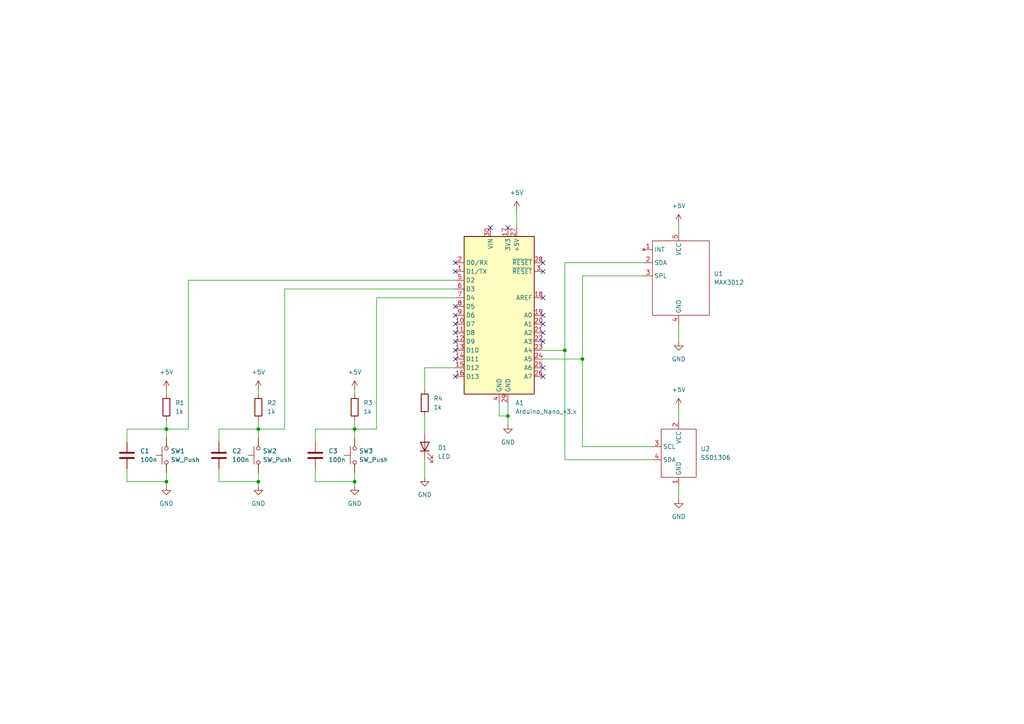
<source format=kicad_sch>
(kicad_sch
	(version 20250114)
	(generator "eeschema")
	(generator_version "9.0")
	(uuid "2631e8b2-4dee-4c1d-831c-3bd5bb7dcebb")
	(paper "A4")
	(lib_symbols
		(symbol "Device:C"
			(pin_numbers
				(hide yes)
			)
			(pin_names
				(offset 0.254)
			)
			(exclude_from_sim no)
			(in_bom yes)
			(on_board yes)
			(property "Reference" "C"
				(at 0.635 2.54 0)
				(effects
					(font
						(size 1.27 1.27)
					)
					(justify left)
				)
			)
			(property "Value" "C"
				(at 0.635 -2.54 0)
				(effects
					(font
						(size 1.27 1.27)
					)
					(justify left)
				)
			)
			(property "Footprint" ""
				(at 0.9652 -3.81 0)
				(effects
					(font
						(size 1.27 1.27)
					)
					(hide yes)
				)
			)
			(property "Datasheet" "~"
				(at 0 0 0)
				(effects
					(font
						(size 1.27 1.27)
					)
					(hide yes)
				)
			)
			(property "Description" "Unpolarized capacitor"
				(at 0 0 0)
				(effects
					(font
						(size 1.27 1.27)
					)
					(hide yes)
				)
			)
			(property "ki_keywords" "cap capacitor"
				(at 0 0 0)
				(effects
					(font
						(size 1.27 1.27)
					)
					(hide yes)
				)
			)
			(property "ki_fp_filters" "C_*"
				(at 0 0 0)
				(effects
					(font
						(size 1.27 1.27)
					)
					(hide yes)
				)
			)
			(symbol "C_0_1"
				(polyline
					(pts
						(xy -2.032 0.762) (xy 2.032 0.762)
					)
					(stroke
						(width 0.508)
						(type default)
					)
					(fill
						(type none)
					)
				)
				(polyline
					(pts
						(xy -2.032 -0.762) (xy 2.032 -0.762)
					)
					(stroke
						(width 0.508)
						(type default)
					)
					(fill
						(type none)
					)
				)
			)
			(symbol "C_1_1"
				(pin passive line
					(at 0 3.81 270)
					(length 2.794)
					(name "~"
						(effects
							(font
								(size 1.27 1.27)
							)
						)
					)
					(number "1"
						(effects
							(font
								(size 1.27 1.27)
							)
						)
					)
				)
				(pin passive line
					(at 0 -3.81 90)
					(length 2.794)
					(name "~"
						(effects
							(font
								(size 1.27 1.27)
							)
						)
					)
					(number "2"
						(effects
							(font
								(size 1.27 1.27)
							)
						)
					)
				)
			)
			(embedded_fonts no)
		)
		(symbol "Device:LED"
			(pin_numbers
				(hide yes)
			)
			(pin_names
				(offset 1.016)
				(hide yes)
			)
			(exclude_from_sim no)
			(in_bom yes)
			(on_board yes)
			(property "Reference" "D"
				(at 0 2.54 0)
				(effects
					(font
						(size 1.27 1.27)
					)
				)
			)
			(property "Value" "LED"
				(at 0 -2.54 0)
				(effects
					(font
						(size 1.27 1.27)
					)
				)
			)
			(property "Footprint" ""
				(at 0 0 0)
				(effects
					(font
						(size 1.27 1.27)
					)
					(hide yes)
				)
			)
			(property "Datasheet" "~"
				(at 0 0 0)
				(effects
					(font
						(size 1.27 1.27)
					)
					(hide yes)
				)
			)
			(property "Description" "Light emitting diode"
				(at 0 0 0)
				(effects
					(font
						(size 1.27 1.27)
					)
					(hide yes)
				)
			)
			(property "Sim.Pins" "1=K 2=A"
				(at 0 0 0)
				(effects
					(font
						(size 1.27 1.27)
					)
					(hide yes)
				)
			)
			(property "ki_keywords" "LED diode"
				(at 0 0 0)
				(effects
					(font
						(size 1.27 1.27)
					)
					(hide yes)
				)
			)
			(property "ki_fp_filters" "LED* LED_SMD:* LED_THT:*"
				(at 0 0 0)
				(effects
					(font
						(size 1.27 1.27)
					)
					(hide yes)
				)
			)
			(symbol "LED_0_1"
				(polyline
					(pts
						(xy -3.048 -0.762) (xy -4.572 -2.286) (xy -3.81 -2.286) (xy -4.572 -2.286) (xy -4.572 -1.524)
					)
					(stroke
						(width 0)
						(type default)
					)
					(fill
						(type none)
					)
				)
				(polyline
					(pts
						(xy -1.778 -0.762) (xy -3.302 -2.286) (xy -2.54 -2.286) (xy -3.302 -2.286) (xy -3.302 -1.524)
					)
					(stroke
						(width 0)
						(type default)
					)
					(fill
						(type none)
					)
				)
				(polyline
					(pts
						(xy -1.27 0) (xy 1.27 0)
					)
					(stroke
						(width 0)
						(type default)
					)
					(fill
						(type none)
					)
				)
				(polyline
					(pts
						(xy -1.27 -1.27) (xy -1.27 1.27)
					)
					(stroke
						(width 0.254)
						(type default)
					)
					(fill
						(type none)
					)
				)
				(polyline
					(pts
						(xy 1.27 -1.27) (xy 1.27 1.27) (xy -1.27 0) (xy 1.27 -1.27)
					)
					(stroke
						(width 0.254)
						(type default)
					)
					(fill
						(type none)
					)
				)
			)
			(symbol "LED_1_1"
				(pin passive line
					(at -3.81 0 0)
					(length 2.54)
					(name "K"
						(effects
							(font
								(size 1.27 1.27)
							)
						)
					)
					(number "1"
						(effects
							(font
								(size 1.27 1.27)
							)
						)
					)
				)
				(pin passive line
					(at 3.81 0 180)
					(length 2.54)
					(name "A"
						(effects
							(font
								(size 1.27 1.27)
							)
						)
					)
					(number "2"
						(effects
							(font
								(size 1.27 1.27)
							)
						)
					)
				)
			)
			(embedded_fonts no)
		)
		(symbol "Device:R"
			(pin_numbers
				(hide yes)
			)
			(pin_names
				(offset 0)
			)
			(exclude_from_sim no)
			(in_bom yes)
			(on_board yes)
			(property "Reference" "R"
				(at 2.032 0 90)
				(effects
					(font
						(size 1.27 1.27)
					)
				)
			)
			(property "Value" "R"
				(at 0 0 90)
				(effects
					(font
						(size 1.27 1.27)
					)
				)
			)
			(property "Footprint" ""
				(at -1.778 0 90)
				(effects
					(font
						(size 1.27 1.27)
					)
					(hide yes)
				)
			)
			(property "Datasheet" "~"
				(at 0 0 0)
				(effects
					(font
						(size 1.27 1.27)
					)
					(hide yes)
				)
			)
			(property "Description" "Resistor"
				(at 0 0 0)
				(effects
					(font
						(size 1.27 1.27)
					)
					(hide yes)
				)
			)
			(property "ki_keywords" "R res resistor"
				(at 0 0 0)
				(effects
					(font
						(size 1.27 1.27)
					)
					(hide yes)
				)
			)
			(property "ki_fp_filters" "R_*"
				(at 0 0 0)
				(effects
					(font
						(size 1.27 1.27)
					)
					(hide yes)
				)
			)
			(symbol "R_0_1"
				(rectangle
					(start -1.016 -2.54)
					(end 1.016 2.54)
					(stroke
						(width 0.254)
						(type default)
					)
					(fill
						(type none)
					)
				)
			)
			(symbol "R_1_1"
				(pin passive line
					(at 0 3.81 270)
					(length 1.27)
					(name "~"
						(effects
							(font
								(size 1.27 1.27)
							)
						)
					)
					(number "1"
						(effects
							(font
								(size 1.27 1.27)
							)
						)
					)
				)
				(pin passive line
					(at 0 -3.81 90)
					(length 1.27)
					(name "~"
						(effects
							(font
								(size 1.27 1.27)
							)
						)
					)
					(number "2"
						(effects
							(font
								(size 1.27 1.27)
							)
						)
					)
				)
			)
			(embedded_fonts no)
		)
		(symbol "MCU_Module:Arduino_Nano_v3.x"
			(exclude_from_sim no)
			(in_bom yes)
			(on_board yes)
			(property "Reference" "A"
				(at -10.16 23.495 0)
				(effects
					(font
						(size 1.27 1.27)
					)
					(justify left bottom)
				)
			)
			(property "Value" "Arduino_Nano_v3.x"
				(at 5.08 -24.13 0)
				(effects
					(font
						(size 1.27 1.27)
					)
					(justify left top)
				)
			)
			(property "Footprint" "Module:Arduino_Nano"
				(at 0 0 0)
				(effects
					(font
						(size 1.27 1.27)
						(italic yes)
					)
					(hide yes)
				)
			)
			(property "Datasheet" "http://www.mouser.com/pdfdocs/Gravitech_Arduino_Nano3_0.pdf"
				(at 0 0 0)
				(effects
					(font
						(size 1.27 1.27)
					)
					(hide yes)
				)
			)
			(property "Description" "Arduino Nano v3.x"
				(at 0 0 0)
				(effects
					(font
						(size 1.27 1.27)
					)
					(hide yes)
				)
			)
			(property "ki_keywords" "Arduino nano microcontroller module USB"
				(at 0 0 0)
				(effects
					(font
						(size 1.27 1.27)
					)
					(hide yes)
				)
			)
			(property "ki_fp_filters" "Arduino*Nano*"
				(at 0 0 0)
				(effects
					(font
						(size 1.27 1.27)
					)
					(hide yes)
				)
			)
			(symbol "Arduino_Nano_v3.x_0_1"
				(rectangle
					(start -10.16 22.86)
					(end 10.16 -22.86)
					(stroke
						(width 0.254)
						(type default)
					)
					(fill
						(type background)
					)
				)
			)
			(symbol "Arduino_Nano_v3.x_1_1"
				(pin bidirectional line
					(at -12.7 15.24 0)
					(length 2.54)
					(name "D0/RX"
						(effects
							(font
								(size 1.27 1.27)
							)
						)
					)
					(number "2"
						(effects
							(font
								(size 1.27 1.27)
							)
						)
					)
				)
				(pin bidirectional line
					(at -12.7 12.7 0)
					(length 2.54)
					(name "D1/TX"
						(effects
							(font
								(size 1.27 1.27)
							)
						)
					)
					(number "1"
						(effects
							(font
								(size 1.27 1.27)
							)
						)
					)
				)
				(pin bidirectional line
					(at -12.7 10.16 0)
					(length 2.54)
					(name "D2"
						(effects
							(font
								(size 1.27 1.27)
							)
						)
					)
					(number "5"
						(effects
							(font
								(size 1.27 1.27)
							)
						)
					)
				)
				(pin bidirectional line
					(at -12.7 7.62 0)
					(length 2.54)
					(name "D3"
						(effects
							(font
								(size 1.27 1.27)
							)
						)
					)
					(number "6"
						(effects
							(font
								(size 1.27 1.27)
							)
						)
					)
				)
				(pin bidirectional line
					(at -12.7 5.08 0)
					(length 2.54)
					(name "D4"
						(effects
							(font
								(size 1.27 1.27)
							)
						)
					)
					(number "7"
						(effects
							(font
								(size 1.27 1.27)
							)
						)
					)
				)
				(pin bidirectional line
					(at -12.7 2.54 0)
					(length 2.54)
					(name "D5"
						(effects
							(font
								(size 1.27 1.27)
							)
						)
					)
					(number "8"
						(effects
							(font
								(size 1.27 1.27)
							)
						)
					)
				)
				(pin bidirectional line
					(at -12.7 0 0)
					(length 2.54)
					(name "D6"
						(effects
							(font
								(size 1.27 1.27)
							)
						)
					)
					(number "9"
						(effects
							(font
								(size 1.27 1.27)
							)
						)
					)
				)
				(pin bidirectional line
					(at -12.7 -2.54 0)
					(length 2.54)
					(name "D7"
						(effects
							(font
								(size 1.27 1.27)
							)
						)
					)
					(number "10"
						(effects
							(font
								(size 1.27 1.27)
							)
						)
					)
				)
				(pin bidirectional line
					(at -12.7 -5.08 0)
					(length 2.54)
					(name "D8"
						(effects
							(font
								(size 1.27 1.27)
							)
						)
					)
					(number "11"
						(effects
							(font
								(size 1.27 1.27)
							)
						)
					)
				)
				(pin bidirectional line
					(at -12.7 -7.62 0)
					(length 2.54)
					(name "D9"
						(effects
							(font
								(size 1.27 1.27)
							)
						)
					)
					(number "12"
						(effects
							(font
								(size 1.27 1.27)
							)
						)
					)
				)
				(pin bidirectional line
					(at -12.7 -10.16 0)
					(length 2.54)
					(name "D10"
						(effects
							(font
								(size 1.27 1.27)
							)
						)
					)
					(number "13"
						(effects
							(font
								(size 1.27 1.27)
							)
						)
					)
				)
				(pin bidirectional line
					(at -12.7 -12.7 0)
					(length 2.54)
					(name "D11"
						(effects
							(font
								(size 1.27 1.27)
							)
						)
					)
					(number "14"
						(effects
							(font
								(size 1.27 1.27)
							)
						)
					)
				)
				(pin bidirectional line
					(at -12.7 -15.24 0)
					(length 2.54)
					(name "D12"
						(effects
							(font
								(size 1.27 1.27)
							)
						)
					)
					(number "15"
						(effects
							(font
								(size 1.27 1.27)
							)
						)
					)
				)
				(pin bidirectional line
					(at -12.7 -17.78 0)
					(length 2.54)
					(name "D13"
						(effects
							(font
								(size 1.27 1.27)
							)
						)
					)
					(number "16"
						(effects
							(font
								(size 1.27 1.27)
							)
						)
					)
				)
				(pin power_in line
					(at -2.54 25.4 270)
					(length 2.54)
					(name "VIN"
						(effects
							(font
								(size 1.27 1.27)
							)
						)
					)
					(number "30"
						(effects
							(font
								(size 1.27 1.27)
							)
						)
					)
				)
				(pin power_in line
					(at 0 -25.4 90)
					(length 2.54)
					(name "GND"
						(effects
							(font
								(size 1.27 1.27)
							)
						)
					)
					(number "4"
						(effects
							(font
								(size 1.27 1.27)
							)
						)
					)
				)
				(pin power_out line
					(at 2.54 25.4 270)
					(length 2.54)
					(name "3V3"
						(effects
							(font
								(size 1.27 1.27)
							)
						)
					)
					(number "17"
						(effects
							(font
								(size 1.27 1.27)
							)
						)
					)
				)
				(pin power_in line
					(at 2.54 -25.4 90)
					(length 2.54)
					(name "GND"
						(effects
							(font
								(size 1.27 1.27)
							)
						)
					)
					(number "29"
						(effects
							(font
								(size 1.27 1.27)
							)
						)
					)
				)
				(pin power_out line
					(at 5.08 25.4 270)
					(length 2.54)
					(name "+5V"
						(effects
							(font
								(size 1.27 1.27)
							)
						)
					)
					(number "27"
						(effects
							(font
								(size 1.27 1.27)
							)
						)
					)
				)
				(pin input line
					(at 12.7 15.24 180)
					(length 2.54)
					(name "~{RESET}"
						(effects
							(font
								(size 1.27 1.27)
							)
						)
					)
					(number "28"
						(effects
							(font
								(size 1.27 1.27)
							)
						)
					)
				)
				(pin input line
					(at 12.7 12.7 180)
					(length 2.54)
					(name "~{RESET}"
						(effects
							(font
								(size 1.27 1.27)
							)
						)
					)
					(number "3"
						(effects
							(font
								(size 1.27 1.27)
							)
						)
					)
				)
				(pin input line
					(at 12.7 5.08 180)
					(length 2.54)
					(name "AREF"
						(effects
							(font
								(size 1.27 1.27)
							)
						)
					)
					(number "18"
						(effects
							(font
								(size 1.27 1.27)
							)
						)
					)
				)
				(pin bidirectional line
					(at 12.7 0 180)
					(length 2.54)
					(name "A0"
						(effects
							(font
								(size 1.27 1.27)
							)
						)
					)
					(number "19"
						(effects
							(font
								(size 1.27 1.27)
							)
						)
					)
				)
				(pin bidirectional line
					(at 12.7 -2.54 180)
					(length 2.54)
					(name "A1"
						(effects
							(font
								(size 1.27 1.27)
							)
						)
					)
					(number "20"
						(effects
							(font
								(size 1.27 1.27)
							)
						)
					)
				)
				(pin bidirectional line
					(at 12.7 -5.08 180)
					(length 2.54)
					(name "A2"
						(effects
							(font
								(size 1.27 1.27)
							)
						)
					)
					(number "21"
						(effects
							(font
								(size 1.27 1.27)
							)
						)
					)
				)
				(pin bidirectional line
					(at 12.7 -7.62 180)
					(length 2.54)
					(name "A3"
						(effects
							(font
								(size 1.27 1.27)
							)
						)
					)
					(number "22"
						(effects
							(font
								(size 1.27 1.27)
							)
						)
					)
				)
				(pin bidirectional line
					(at 12.7 -10.16 180)
					(length 2.54)
					(name "A4"
						(effects
							(font
								(size 1.27 1.27)
							)
						)
					)
					(number "23"
						(effects
							(font
								(size 1.27 1.27)
							)
						)
					)
				)
				(pin bidirectional line
					(at 12.7 -12.7 180)
					(length 2.54)
					(name "A5"
						(effects
							(font
								(size 1.27 1.27)
							)
						)
					)
					(number "24"
						(effects
							(font
								(size 1.27 1.27)
							)
						)
					)
				)
				(pin bidirectional line
					(at 12.7 -15.24 180)
					(length 2.54)
					(name "A6"
						(effects
							(font
								(size 1.27 1.27)
							)
						)
					)
					(number "25"
						(effects
							(font
								(size 1.27 1.27)
							)
						)
					)
				)
				(pin bidirectional line
					(at 12.7 -17.78 180)
					(length 2.54)
					(name "A7"
						(effects
							(font
								(size 1.27 1.27)
							)
						)
					)
					(number "26"
						(effects
							(font
								(size 1.27 1.27)
							)
						)
					)
				)
			)
			(embedded_fonts no)
		)
		(symbol "Switch:SW_Push"
			(pin_numbers
				(hide yes)
			)
			(pin_names
				(offset 1.016)
				(hide yes)
			)
			(exclude_from_sim no)
			(in_bom yes)
			(on_board yes)
			(property "Reference" "SW"
				(at 1.27 2.54 0)
				(effects
					(font
						(size 1.27 1.27)
					)
					(justify left)
				)
			)
			(property "Value" "SW_Push"
				(at 0 -1.524 0)
				(effects
					(font
						(size 1.27 1.27)
					)
				)
			)
			(property "Footprint" ""
				(at 0 5.08 0)
				(effects
					(font
						(size 1.27 1.27)
					)
					(hide yes)
				)
			)
			(property "Datasheet" "~"
				(at 0 5.08 0)
				(effects
					(font
						(size 1.27 1.27)
					)
					(hide yes)
				)
			)
			(property "Description" "Push button switch, generic, two pins"
				(at 0 0 0)
				(effects
					(font
						(size 1.27 1.27)
					)
					(hide yes)
				)
			)
			(property "ki_keywords" "switch normally-open pushbutton push-button"
				(at 0 0 0)
				(effects
					(font
						(size 1.27 1.27)
					)
					(hide yes)
				)
			)
			(symbol "SW_Push_0_1"
				(circle
					(center -2.032 0)
					(radius 0.508)
					(stroke
						(width 0)
						(type default)
					)
					(fill
						(type none)
					)
				)
				(polyline
					(pts
						(xy 0 1.27) (xy 0 3.048)
					)
					(stroke
						(width 0)
						(type default)
					)
					(fill
						(type none)
					)
				)
				(circle
					(center 2.032 0)
					(radius 0.508)
					(stroke
						(width 0)
						(type default)
					)
					(fill
						(type none)
					)
				)
				(polyline
					(pts
						(xy 2.54 1.27) (xy -2.54 1.27)
					)
					(stroke
						(width 0)
						(type default)
					)
					(fill
						(type none)
					)
				)
				(pin passive line
					(at -5.08 0 0)
					(length 2.54)
					(name "1"
						(effects
							(font
								(size 1.27 1.27)
							)
						)
					)
					(number "1"
						(effects
							(font
								(size 1.27 1.27)
							)
						)
					)
				)
				(pin passive line
					(at 5.08 0 180)
					(length 2.54)
					(name "2"
						(effects
							(font
								(size 1.27 1.27)
							)
						)
					)
					(number "2"
						(effects
							(font
								(size 1.27 1.27)
							)
						)
					)
				)
			)
			(embedded_fonts no)
		)
		(symbol "power:+5V"
			(power)
			(pin_numbers
				(hide yes)
			)
			(pin_names
				(offset 0)
				(hide yes)
			)
			(exclude_from_sim no)
			(in_bom yes)
			(on_board yes)
			(property "Reference" "#PWR"
				(at 0 -3.81 0)
				(effects
					(font
						(size 1.27 1.27)
					)
					(hide yes)
				)
			)
			(property "Value" "+5V"
				(at 0 3.556 0)
				(effects
					(font
						(size 1.27 1.27)
					)
				)
			)
			(property "Footprint" ""
				(at 0 0 0)
				(effects
					(font
						(size 1.27 1.27)
					)
					(hide yes)
				)
			)
			(property "Datasheet" ""
				(at 0 0 0)
				(effects
					(font
						(size 1.27 1.27)
					)
					(hide yes)
				)
			)
			(property "Description" "Power symbol creates a global label with name \"+5V\""
				(at 0 0 0)
				(effects
					(font
						(size 1.27 1.27)
					)
					(hide yes)
				)
			)
			(property "ki_keywords" "global power"
				(at 0 0 0)
				(effects
					(font
						(size 1.27 1.27)
					)
					(hide yes)
				)
			)
			(symbol "+5V_0_1"
				(polyline
					(pts
						(xy -0.762 1.27) (xy 0 2.54)
					)
					(stroke
						(width 0)
						(type default)
					)
					(fill
						(type none)
					)
				)
				(polyline
					(pts
						(xy 0 2.54) (xy 0.762 1.27)
					)
					(stroke
						(width 0)
						(type default)
					)
					(fill
						(type none)
					)
				)
				(polyline
					(pts
						(xy 0 0) (xy 0 2.54)
					)
					(stroke
						(width 0)
						(type default)
					)
					(fill
						(type none)
					)
				)
			)
			(symbol "+5V_1_1"
				(pin power_in line
					(at 0 0 90)
					(length 0)
					(name "~"
						(effects
							(font
								(size 1.27 1.27)
							)
						)
					)
					(number "1"
						(effects
							(font
								(size 1.27 1.27)
							)
						)
					)
				)
			)
			(embedded_fonts no)
		)
		(symbol "power:GND"
			(power)
			(pin_numbers
				(hide yes)
			)
			(pin_names
				(offset 0)
				(hide yes)
			)
			(exclude_from_sim no)
			(in_bom yes)
			(on_board yes)
			(property "Reference" "#PWR"
				(at 0 -6.35 0)
				(effects
					(font
						(size 1.27 1.27)
					)
					(hide yes)
				)
			)
			(property "Value" "GND"
				(at 0 -3.81 0)
				(effects
					(font
						(size 1.27 1.27)
					)
				)
			)
			(property "Footprint" ""
				(at 0 0 0)
				(effects
					(font
						(size 1.27 1.27)
					)
					(hide yes)
				)
			)
			(property "Datasheet" ""
				(at 0 0 0)
				(effects
					(font
						(size 1.27 1.27)
					)
					(hide yes)
				)
			)
			(property "Description" "Power symbol creates a global label with name \"GND\" , ground"
				(at 0 0 0)
				(effects
					(font
						(size 1.27 1.27)
					)
					(hide yes)
				)
			)
			(property "ki_keywords" "global power"
				(at 0 0 0)
				(effects
					(font
						(size 1.27 1.27)
					)
					(hide yes)
				)
			)
			(symbol "GND_0_1"
				(polyline
					(pts
						(xy 0 0) (xy 0 -1.27) (xy 1.27 -1.27) (xy 0 -2.54) (xy -1.27 -1.27) (xy 0 -1.27)
					)
					(stroke
						(width 0)
						(type default)
					)
					(fill
						(type none)
					)
				)
			)
			(symbol "GND_1_1"
				(pin power_in line
					(at 0 0 270)
					(length 0)
					(name "~"
						(effects
							(font
								(size 1.27 1.27)
							)
						)
					)
					(number "1"
						(effects
							(font
								(size 1.27 1.27)
							)
						)
					)
				)
			)
			(embedded_fonts no)
		)
		(symbol "spo_stuff:SSD1306"
			(exclude_from_sim no)
			(in_bom yes)
			(on_board yes)
			(property "Reference" "U"
				(at 0 0 0)
				(effects
					(font
						(size 1.27 1.27)
					)
				)
			)
			(property "Value" "SSD1306"
				(at 9.652 -1.27 0)
				(effects
					(font
						(size 1.27 1.27)
					)
				)
			)
			(property "Footprint" ""
				(at 0 0 0)
				(effects
					(font
						(size 1.27 1.27)
					)
					(hide yes)
				)
			)
			(property "Datasheet" ""
				(at 0 0 0)
				(effects
					(font
						(size 1.27 1.27)
					)
					(hide yes)
				)
			)
			(property "Description" ""
				(at 0 0 0)
				(effects
					(font
						(size 1.27 1.27)
					)
					(hide yes)
				)
			)
			(symbol "SSD1306_0_1"
				(rectangle
					(start -5.08 6.35)
					(end 5.08 -7.62)
					(stroke
						(width 0)
						(type default)
					)
					(fill
						(type none)
					)
				)
			)
			(symbol "SSD1306_1_1"
				(pin input line
					(at -7.62 1.27 0)
					(length 2.54)
					(name "SCL"
						(effects
							(font
								(size 1.27 1.27)
							)
						)
					)
					(number "3"
						(effects
							(font
								(size 1.27 1.27)
							)
						)
					)
				)
				(pin bidirectional line
					(at -7.62 -2.54 0)
					(length 2.54)
					(name "SDA"
						(effects
							(font
								(size 1.27 1.27)
							)
						)
					)
					(number "4"
						(effects
							(font
								(size 1.27 1.27)
							)
						)
					)
				)
				(pin power_in line
					(at 0 8.89 270)
					(length 2.54)
					(name "VCC"
						(effects
							(font
								(size 1.27 1.27)
							)
						)
					)
					(number "2"
						(effects
							(font
								(size 1.27 1.27)
							)
						)
					)
				)
				(pin power_in line
					(at 0 -10.16 90)
					(length 2.54)
					(name "GND"
						(effects
							(font
								(size 1.27 1.27)
							)
						)
					)
					(number "1"
						(effects
							(font
								(size 1.27 1.27)
							)
						)
					)
				)
			)
			(embedded_fonts no)
		)
		(symbol "spo_stuff:ma3012"
			(exclude_from_sim no)
			(in_bom yes)
			(on_board yes)
			(property "Reference" "U"
				(at 0 0 0)
				(effects
					(font
						(size 1.27 1.27)
					)
				)
			)
			(property "Value" "MAX3012"
				(at 13.716 -9.906 0)
				(effects
					(font
						(size 1.27 1.27)
					)
				)
			)
			(property "Footprint" ""
				(at 0 0 0)
				(effects
					(font
						(size 1.27 1.27)
					)
					(hide yes)
				)
			)
			(property "Datasheet" ""
				(at 0 0 0)
				(effects
					(font
						(size 1.27 1.27)
					)
					(hide yes)
				)
			)
			(property "Description" ""
				(at 0 0 0)
				(effects
					(font
						(size 1.27 1.27)
					)
					(hide yes)
				)
			)
			(symbol "ma3012_0_1"
				(rectangle
					(start -7.62 10.16)
					(end 8.89 -11.43)
					(stroke
						(width 0)
						(type default)
					)
					(fill
						(type none)
					)
				)
			)
			(symbol "ma3012_1_1"
				(pin no_connect line
					(at -10.16 7.62 0)
					(length 2.54)
					(name "INT"
						(effects
							(font
								(size 1.27 1.27)
							)
						)
					)
					(number "1"
						(effects
							(font
								(size 1.27 1.27)
							)
						)
					)
				)
				(pin bidirectional line
					(at -10.16 3.81 0)
					(length 2.54)
					(name "SDA"
						(effects
							(font
								(size 1.27 1.27)
							)
						)
					)
					(number "2"
						(effects
							(font
								(size 1.27 1.27)
							)
						)
					)
				)
				(pin input line
					(at -10.16 0 0)
					(length 2.54)
					(name "SPL"
						(effects
							(font
								(size 1.27 1.27)
							)
						)
					)
					(number "3"
						(effects
							(font
								(size 1.27 1.27)
							)
						)
					)
				)
				(pin power_in line
					(at 0 12.7 270)
					(length 2.54)
					(name "VCC"
						(effects
							(font
								(size 1.27 1.27)
							)
						)
					)
					(number "5"
						(effects
							(font
								(size 1.27 1.27)
							)
						)
					)
				)
				(pin power_in line
					(at 0 -13.97 90)
					(length 2.54)
					(name "GND"
						(effects
							(font
								(size 1.27 1.27)
							)
						)
					)
					(number "4"
						(effects
							(font
								(size 1.27 1.27)
							)
						)
					)
				)
			)
			(embedded_fonts no)
		)
	)
	(junction
		(at 74.93 124.46)
		(diameter 0)
		(color 0 0 0 0)
		(uuid "145eb711-270c-4d1e-a31a-0c867daad941")
	)
	(junction
		(at 48.26 139.7)
		(diameter 0)
		(color 0 0 0 0)
		(uuid "16722dbb-7b90-456e-a97b-0a89694243d5")
	)
	(junction
		(at 147.32 120.65)
		(diameter 0)
		(color 0 0 0 0)
		(uuid "1b877cc8-af51-46d6-afab-20ae76127619")
	)
	(junction
		(at 102.87 124.46)
		(diameter 0)
		(color 0 0 0 0)
		(uuid "3907a2cd-7135-48c2-8716-3d909463a469")
	)
	(junction
		(at 102.87 139.7)
		(diameter 0)
		(color 0 0 0 0)
		(uuid "4d2d5f4f-4808-4be7-a889-c56079d5ad4b")
	)
	(junction
		(at 163.83 101.6)
		(diameter 0)
		(color 0 0 0 0)
		(uuid "66c6bb41-6ef7-49ed-ae2f-5a1a63db3f1f")
	)
	(junction
		(at 74.93 139.7)
		(diameter 0)
		(color 0 0 0 0)
		(uuid "8c495a96-177e-4764-b98d-1bf136cdde1c")
	)
	(junction
		(at 48.26 124.46)
		(diameter 0)
		(color 0 0 0 0)
		(uuid "9e8e0556-250c-463c-bc8a-bf6504f6642e")
	)
	(junction
		(at 168.91 104.14)
		(diameter 0)
		(color 0 0 0 0)
		(uuid "a78ca97d-6af9-43e9-b56b-db1c92169bf6")
	)
	(no_connect
		(at 147.32 66.04)
		(uuid "0885100d-e548-440f-80fd-324b32efecdc")
	)
	(no_connect
		(at 132.08 91.44)
		(uuid "0d5feb2c-06cf-409c-865e-b82db05b4f31")
	)
	(no_connect
		(at 132.08 96.52)
		(uuid "143c716c-78f1-4b4b-9ff3-11dd0a2e2f0c")
	)
	(no_connect
		(at 157.48 99.06)
		(uuid "2710dfa6-079d-4b56-b8fc-937dcd54b94a")
	)
	(no_connect
		(at 157.48 93.98)
		(uuid "306b9910-5729-409f-9271-df460695b7fd")
	)
	(no_connect
		(at 157.48 78.74)
		(uuid "3dd3cd54-098b-4531-8afd-cdd42c7e7a64")
	)
	(no_connect
		(at 157.48 106.68)
		(uuid "49650c3f-e5ef-4aaa-9dd5-17d2e326b035")
	)
	(no_connect
		(at 132.08 104.14)
		(uuid "573b5f2c-3d73-4ef3-8920-dca7ed5b8120")
	)
	(no_connect
		(at 132.08 76.2)
		(uuid "590f2cc8-bd9d-4a29-9c0b-3bbf0d43a0ec")
	)
	(no_connect
		(at 157.48 91.44)
		(uuid "6522a9b4-b4fe-4ea2-a2f7-454b63f16c76")
	)
	(no_connect
		(at 132.08 93.98)
		(uuid "765c398d-ab15-4f82-baad-3e280ad4c2ea")
	)
	(no_connect
		(at 132.08 99.06)
		(uuid "828420c1-2b77-431e-9f42-9720d6ac73e2")
	)
	(no_connect
		(at 157.48 86.36)
		(uuid "852dd10c-2bda-4ef7-8de0-3937bae0846b")
	)
	(no_connect
		(at 142.24 66.04)
		(uuid "90852014-a7c6-45d4-8263-25dfa70823a7")
	)
	(no_connect
		(at 157.48 76.2)
		(uuid "9e94aabb-2cf6-4272-bbed-94d3baaf2a5d")
	)
	(no_connect
		(at 132.08 78.74)
		(uuid "b86c7789-c9d3-40b8-a804-ad2b639fb841")
	)
	(no_connect
		(at 157.48 109.22)
		(uuid "caff7da7-3c03-45ed-9c05-b76c2b8379a8")
	)
	(no_connect
		(at 132.08 109.22)
		(uuid "d80efcf0-61a8-4372-9ac1-21236219db01")
	)
	(no_connect
		(at 157.48 96.52)
		(uuid "f4c83f13-65d0-46f4-9635-05f2f91cd222")
	)
	(no_connect
		(at 132.08 88.9)
		(uuid "f9fd3f20-3a8f-4372-ab2d-b819ae4f06af")
	)
	(no_connect
		(at 132.08 101.6)
		(uuid "ff11a815-cea0-49c1-8ae7-ca844dff0e6d")
	)
	(wire
		(pts
			(xy 109.22 86.36) (xy 132.08 86.36)
		)
		(stroke
			(width 0)
			(type default)
		)
		(uuid "0443e33b-b726-4709-b4be-14ee38d9edc4")
	)
	(wire
		(pts
			(xy 54.61 124.46) (xy 54.61 81.28)
		)
		(stroke
			(width 0)
			(type default)
		)
		(uuid "0e621881-2d8e-4764-96ff-b0bf5cdde2e9")
	)
	(wire
		(pts
			(xy 147.32 116.84) (xy 147.32 120.65)
		)
		(stroke
			(width 0)
			(type default)
		)
		(uuid "0eb1193f-c9b5-4252-96b0-7b2a0acc9469")
	)
	(wire
		(pts
			(xy 63.5 139.7) (xy 74.93 139.7)
		)
		(stroke
			(width 0)
			(type default)
		)
		(uuid "129ac4fc-2cc5-4b06-a3c5-715a08d47c51")
	)
	(wire
		(pts
			(xy 54.61 81.28) (xy 132.08 81.28)
		)
		(stroke
			(width 0)
			(type default)
		)
		(uuid "12e7b206-cdba-4fac-8de5-e8d5f05ea8e5")
	)
	(wire
		(pts
			(xy 102.87 124.46) (xy 109.22 124.46)
		)
		(stroke
			(width 0)
			(type default)
		)
		(uuid "138e9c80-6f0f-4e90-beb9-2aa1f4f15eb7")
	)
	(wire
		(pts
			(xy 74.93 137.16) (xy 74.93 139.7)
		)
		(stroke
			(width 0)
			(type default)
		)
		(uuid "14080aee-0a35-4433-b2c1-278075fcc18b")
	)
	(wire
		(pts
			(xy 168.91 104.14) (xy 168.91 80.01)
		)
		(stroke
			(width 0)
			(type default)
		)
		(uuid "196fb5ff-885e-45d5-a439-ec10cf0ffa41")
	)
	(wire
		(pts
			(xy 144.78 120.65) (xy 147.32 120.65)
		)
		(stroke
			(width 0)
			(type default)
		)
		(uuid "1d662699-0fe7-4aba-b1db-4481892fe759")
	)
	(wire
		(pts
			(xy 102.87 113.03) (xy 102.87 114.3)
		)
		(stroke
			(width 0)
			(type default)
		)
		(uuid "1e05dd03-46fb-4169-9058-c8d326f7377d")
	)
	(wire
		(pts
			(xy 157.48 104.14) (xy 168.91 104.14)
		)
		(stroke
			(width 0)
			(type default)
		)
		(uuid "20ea1f50-f1b4-485e-be82-16ae44a358c8")
	)
	(wire
		(pts
			(xy 147.32 120.65) (xy 147.32 123.19)
		)
		(stroke
			(width 0)
			(type default)
		)
		(uuid "25415bd7-c8de-4470-b35f-076bfdd006b3")
	)
	(wire
		(pts
			(xy 82.55 83.82) (xy 82.55 124.46)
		)
		(stroke
			(width 0)
			(type default)
		)
		(uuid "286748a0-a029-48a8-9b4b-382958e46f69")
	)
	(wire
		(pts
			(xy 36.83 124.46) (xy 48.26 124.46)
		)
		(stroke
			(width 0)
			(type default)
		)
		(uuid "29e339be-5dea-4bde-8a6d-4c1d8ddd4aff")
	)
	(wire
		(pts
			(xy 63.5 128.27) (xy 63.5 124.46)
		)
		(stroke
			(width 0)
			(type default)
		)
		(uuid "2ccc24b6-2c43-48d8-b488-1f5b4d7a44c0")
	)
	(wire
		(pts
			(xy 123.19 120.65) (xy 123.19 125.73)
		)
		(stroke
			(width 0)
			(type default)
		)
		(uuid "33e771e3-9460-414e-85f7-7d2d460e5eb6")
	)
	(wire
		(pts
			(xy 91.44 128.27) (xy 91.44 124.46)
		)
		(stroke
			(width 0)
			(type default)
		)
		(uuid "35f04b45-08a0-47f7-998d-0122b6ce544a")
	)
	(wire
		(pts
			(xy 102.87 137.16) (xy 102.87 139.7)
		)
		(stroke
			(width 0)
			(type default)
		)
		(uuid "3980ae7c-4bcf-40bf-9ee6-f57a480f213e")
	)
	(wire
		(pts
			(xy 48.26 137.16) (xy 48.26 139.7)
		)
		(stroke
			(width 0)
			(type default)
		)
		(uuid "3b0b6a1d-4345-4dd8-86e1-0dd4cd27d47d")
	)
	(wire
		(pts
			(xy 74.93 121.92) (xy 74.93 124.46)
		)
		(stroke
			(width 0)
			(type default)
		)
		(uuid "4e483038-06c9-4fec-b3a0-2ab4706fec45")
	)
	(wire
		(pts
			(xy 82.55 124.46) (xy 74.93 124.46)
		)
		(stroke
			(width 0)
			(type default)
		)
		(uuid "4ecddd23-3fb1-4f8c-8e75-0e8a33091513")
	)
	(wire
		(pts
			(xy 132.08 83.82) (xy 82.55 83.82)
		)
		(stroke
			(width 0)
			(type default)
		)
		(uuid "4fabddcf-fb89-45ea-85af-41843f244618")
	)
	(wire
		(pts
			(xy 196.85 140.97) (xy 196.85 144.78)
		)
		(stroke
			(width 0)
			(type default)
		)
		(uuid "521fe1f0-caf3-46d9-b948-cebf54f2c05f")
	)
	(wire
		(pts
			(xy 123.19 133.35) (xy 123.19 138.43)
		)
		(stroke
			(width 0)
			(type default)
		)
		(uuid "5a22c9da-e365-4f96-b394-7094b77d4500")
	)
	(wire
		(pts
			(xy 91.44 135.89) (xy 91.44 139.7)
		)
		(stroke
			(width 0)
			(type default)
		)
		(uuid "5c284aed-1467-4155-9c49-7a6b8a0b6c67")
	)
	(wire
		(pts
			(xy 91.44 124.46) (xy 102.87 124.46)
		)
		(stroke
			(width 0)
			(type default)
		)
		(uuid "67c9434b-4d8c-4fc0-9180-cb4c1237ad9e")
	)
	(wire
		(pts
			(xy 196.85 118.11) (xy 196.85 121.92)
		)
		(stroke
			(width 0)
			(type default)
		)
		(uuid "6f37b589-4fe5-4e9f-a956-7933d29509c5")
	)
	(wire
		(pts
			(xy 102.87 124.46) (xy 102.87 127)
		)
		(stroke
			(width 0)
			(type default)
		)
		(uuid "7313fd56-8c69-4161-a1e8-c9cce3263e35")
	)
	(wire
		(pts
			(xy 36.83 139.7) (xy 48.26 139.7)
		)
		(stroke
			(width 0)
			(type default)
		)
		(uuid "745b9b33-49eb-4ffb-8c1a-c1a9f4e6449f")
	)
	(wire
		(pts
			(xy 196.85 64.77) (xy 196.85 67.31)
		)
		(stroke
			(width 0)
			(type default)
		)
		(uuid "760bdede-d17e-4473-b394-9d82b73b4969")
	)
	(wire
		(pts
			(xy 163.83 101.6) (xy 163.83 76.2)
		)
		(stroke
			(width 0)
			(type default)
		)
		(uuid "7ae9ea88-37a5-45a3-9a7d-0420f33b39cb")
	)
	(wire
		(pts
			(xy 91.44 139.7) (xy 102.87 139.7)
		)
		(stroke
			(width 0)
			(type default)
		)
		(uuid "7fb6c923-61c8-42dd-b9a5-d14a9850d4ee")
	)
	(wire
		(pts
			(xy 74.93 124.46) (xy 74.93 127)
		)
		(stroke
			(width 0)
			(type default)
		)
		(uuid "85775973-8c07-4d72-8c53-d28b847a2fd6")
	)
	(wire
		(pts
			(xy 36.83 135.89) (xy 36.83 139.7)
		)
		(stroke
			(width 0)
			(type default)
		)
		(uuid "88eda6dd-a94f-40e8-b0a9-08b6293558ea")
	)
	(wire
		(pts
			(xy 63.5 135.89) (xy 63.5 139.7)
		)
		(stroke
			(width 0)
			(type default)
		)
		(uuid "890db027-2b9f-4b93-be8f-a4b8db8a7e5b")
	)
	(wire
		(pts
			(xy 109.22 124.46) (xy 109.22 86.36)
		)
		(stroke
			(width 0)
			(type default)
		)
		(uuid "8984ddb4-e3ba-4a5a-93d5-8dbf901b393b")
	)
	(wire
		(pts
			(xy 48.26 121.92) (xy 48.26 124.46)
		)
		(stroke
			(width 0)
			(type default)
		)
		(uuid "8bd56cae-c320-454b-9d92-489c7f226e1a")
	)
	(wire
		(pts
			(xy 163.83 101.6) (xy 163.83 133.35)
		)
		(stroke
			(width 0)
			(type default)
		)
		(uuid "a4e898d0-e475-4143-9787-30faa2be19e8")
	)
	(wire
		(pts
			(xy 144.78 116.84) (xy 144.78 120.65)
		)
		(stroke
			(width 0)
			(type default)
		)
		(uuid "aa93ec3e-322c-4559-a272-7e1a59be1fbe")
	)
	(wire
		(pts
			(xy 123.19 113.03) (xy 123.19 106.68)
		)
		(stroke
			(width 0)
			(type default)
		)
		(uuid "ab3d4452-cdf4-4e29-b9d0-93824cfbbdbd")
	)
	(wire
		(pts
			(xy 157.48 101.6) (xy 163.83 101.6)
		)
		(stroke
			(width 0)
			(type default)
		)
		(uuid "af16a176-ee75-4035-9794-906f9facb992")
	)
	(wire
		(pts
			(xy 163.83 76.2) (xy 186.69 76.2)
		)
		(stroke
			(width 0)
			(type default)
		)
		(uuid "af2282ef-a912-4dca-88a7-088c7fcf74bd")
	)
	(wire
		(pts
			(xy 149.86 60.96) (xy 149.86 66.04)
		)
		(stroke
			(width 0)
			(type default)
		)
		(uuid "b9072fe4-5181-4223-b5dc-a1c8515ed314")
	)
	(wire
		(pts
			(xy 168.91 129.54) (xy 189.23 129.54)
		)
		(stroke
			(width 0)
			(type default)
		)
		(uuid "bcf84711-076c-492f-b009-4773ed2f69d6")
	)
	(wire
		(pts
			(xy 168.91 104.14) (xy 168.91 129.54)
		)
		(stroke
			(width 0)
			(type default)
		)
		(uuid "bcfc36d1-677c-4c6b-9e00-493450975d7e")
	)
	(wire
		(pts
			(xy 123.19 106.68) (xy 132.08 106.68)
		)
		(stroke
			(width 0)
			(type default)
		)
		(uuid "c16d66ef-7022-4c21-97d0-7f8896f946a1")
	)
	(wire
		(pts
			(xy 196.85 93.98) (xy 196.85 99.06)
		)
		(stroke
			(width 0)
			(type default)
		)
		(uuid "c90ae9bc-e7ec-49c2-a20c-c9cfadbfcc71")
	)
	(wire
		(pts
			(xy 102.87 121.92) (xy 102.87 124.46)
		)
		(stroke
			(width 0)
			(type default)
		)
		(uuid "ca2bd14e-ff51-4577-9443-46d0e6b8409a")
	)
	(wire
		(pts
			(xy 102.87 139.7) (xy 102.87 140.97)
		)
		(stroke
			(width 0)
			(type default)
		)
		(uuid "cbe05a93-8038-40ab-a7f0-e99590eeb1f5")
	)
	(wire
		(pts
			(xy 48.26 139.7) (xy 48.26 140.97)
		)
		(stroke
			(width 0)
			(type default)
		)
		(uuid "cf8cf9c3-ad6c-47ea-bc43-bb13e34dd32f")
	)
	(wire
		(pts
			(xy 48.26 113.03) (xy 48.26 114.3)
		)
		(stroke
			(width 0)
			(type default)
		)
		(uuid "d226ae0c-eb10-4570-853d-5f58d91e609f")
	)
	(wire
		(pts
			(xy 163.83 133.35) (xy 189.23 133.35)
		)
		(stroke
			(width 0)
			(type default)
		)
		(uuid "d3a7f7d7-2f7f-4d29-9c30-442334a7ee65")
	)
	(wire
		(pts
			(xy 63.5 124.46) (xy 74.93 124.46)
		)
		(stroke
			(width 0)
			(type default)
		)
		(uuid "d4afd14a-c2d5-451f-b40d-e53ca6ebc3e4")
	)
	(wire
		(pts
			(xy 74.93 139.7) (xy 74.93 140.97)
		)
		(stroke
			(width 0)
			(type default)
		)
		(uuid "e4d75788-24fb-4923-841f-f0e762147d77")
	)
	(wire
		(pts
			(xy 168.91 80.01) (xy 186.69 80.01)
		)
		(stroke
			(width 0)
			(type default)
		)
		(uuid "e566ff83-d16f-4903-8463-216c59c16b56")
	)
	(wire
		(pts
			(xy 36.83 128.27) (xy 36.83 124.46)
		)
		(stroke
			(width 0)
			(type default)
		)
		(uuid "e9b8953f-73f0-4cda-aa2d-e5e0f8e05fee")
	)
	(wire
		(pts
			(xy 48.26 124.46) (xy 54.61 124.46)
		)
		(stroke
			(width 0)
			(type default)
		)
		(uuid "ebb5f382-ec53-48b2-b92d-3fafcc6a3901")
	)
	(wire
		(pts
			(xy 48.26 124.46) (xy 48.26 127)
		)
		(stroke
			(width 0)
			(type default)
		)
		(uuid "f1c34ef6-effd-44e6-b933-a1c6847c0cea")
	)
	(wire
		(pts
			(xy 74.93 113.03) (xy 74.93 114.3)
		)
		(stroke
			(width 0)
			(type default)
		)
		(uuid "fe9c0604-203d-44a9-b6e8-bf57cd22e41b")
	)
	(symbol
		(lib_id "Device:R")
		(at 74.93 118.11 0)
		(unit 1)
		(exclude_from_sim no)
		(in_bom yes)
		(on_board yes)
		(dnp no)
		(fields_autoplaced yes)
		(uuid "08ef1cf2-39a4-4e22-b5df-b9f05f05d56f")
		(property "Reference" "R2"
			(at 77.47 116.8399 0)
			(effects
				(font
					(size 1.27 1.27)
				)
				(justify left)
			)
		)
		(property "Value" "1k"
			(at 77.47 119.3799 0)
			(effects
				(font
					(size 1.27 1.27)
				)
				(justify left)
			)
		)
		(property "Footprint" "Resistor_THT:R_Axial_DIN0207_L6.3mm_D2.5mm_P7.62mm_Horizontal"
			(at 73.152 118.11 90)
			(effects
				(font
					(size 1.27 1.27)
				)
				(hide yes)
			)
		)
		(property "Datasheet" "~"
			(at 74.93 118.11 0)
			(effects
				(font
					(size 1.27 1.27)
				)
				(hide yes)
			)
		)
		(property "Description" "Resistor"
			(at 74.93 118.11 0)
			(effects
				(font
					(size 1.27 1.27)
				)
				(hide yes)
			)
		)
		(pin "1"
			(uuid "1260b8bf-e707-470d-b2a9-473ddb0ce878")
		)
		(pin "2"
			(uuid "c2f174cd-d3cb-493a-8fef-305b6de94d6d")
		)
		(instances
			(project "power supply"
				(path "/2631e8b2-4dee-4c1d-831c-3bd5bb7dcebb"
					(reference "R2")
					(unit 1)
				)
			)
		)
	)
	(symbol
		(lib_id "power:+5V")
		(at 149.86 60.96 0)
		(unit 1)
		(exclude_from_sim no)
		(in_bom yes)
		(on_board yes)
		(dnp no)
		(fields_autoplaced yes)
		(uuid "0aec5565-44c6-4826-b251-69904a0bd2d0")
		(property "Reference" "#PWR01"
			(at 149.86 64.77 0)
			(effects
				(font
					(size 1.27 1.27)
				)
				(hide yes)
			)
		)
		(property "Value" "+5V"
			(at 149.86 55.88 0)
			(effects
				(font
					(size 1.27 1.27)
				)
			)
		)
		(property "Footprint" ""
			(at 149.86 60.96 0)
			(effects
				(font
					(size 1.27 1.27)
				)
				(hide yes)
			)
		)
		(property "Datasheet" ""
			(at 149.86 60.96 0)
			(effects
				(font
					(size 1.27 1.27)
				)
				(hide yes)
			)
		)
		(property "Description" "Power symbol creates a global label with name \"+5V\""
			(at 149.86 60.96 0)
			(effects
				(font
					(size 1.27 1.27)
				)
				(hide yes)
			)
		)
		(pin "1"
			(uuid "6f9c86b1-d34f-4800-9a3a-9d5677ac8842")
		)
		(instances
			(project ""
				(path "/2631e8b2-4dee-4c1d-831c-3bd5bb7dcebb"
					(reference "#PWR01")
					(unit 1)
				)
			)
		)
	)
	(symbol
		(lib_id "power:+5V")
		(at 48.26 113.03 0)
		(unit 1)
		(exclude_from_sim no)
		(in_bom yes)
		(on_board yes)
		(dnp no)
		(fields_autoplaced yes)
		(uuid "0fb8bff5-92e5-4932-8e09-39abd5d33fdb")
		(property "Reference" "#PWR04"
			(at 48.26 116.84 0)
			(effects
				(font
					(size 1.27 1.27)
				)
				(hide yes)
			)
		)
		(property "Value" "+5V"
			(at 48.26 107.95 0)
			(effects
				(font
					(size 1.27 1.27)
				)
			)
		)
		(property "Footprint" ""
			(at 48.26 113.03 0)
			(effects
				(font
					(size 1.27 1.27)
				)
				(hide yes)
			)
		)
		(property "Datasheet" ""
			(at 48.26 113.03 0)
			(effects
				(font
					(size 1.27 1.27)
				)
				(hide yes)
			)
		)
		(property "Description" "Power symbol creates a global label with name \"+5V\""
			(at 48.26 113.03 0)
			(effects
				(font
					(size 1.27 1.27)
				)
				(hide yes)
			)
		)
		(pin "1"
			(uuid "df8adeaf-553f-4ee4-aaa2-836d4261a0c5")
		)
		(instances
			(project ""
				(path "/2631e8b2-4dee-4c1d-831c-3bd5bb7dcebb"
					(reference "#PWR04")
					(unit 1)
				)
			)
		)
	)
	(symbol
		(lib_id "power:+5V")
		(at 102.87 113.03 0)
		(unit 1)
		(exclude_from_sim no)
		(in_bom yes)
		(on_board yes)
		(dnp no)
		(fields_autoplaced yes)
		(uuid "1cf57e32-5bf0-464f-b7b3-5600b3b3db60")
		(property "Reference" "#PWR07"
			(at 102.87 116.84 0)
			(effects
				(font
					(size 1.27 1.27)
				)
				(hide yes)
			)
		)
		(property "Value" "+5V"
			(at 102.87 107.95 0)
			(effects
				(font
					(size 1.27 1.27)
				)
			)
		)
		(property "Footprint" ""
			(at 102.87 113.03 0)
			(effects
				(font
					(size 1.27 1.27)
				)
				(hide yes)
			)
		)
		(property "Datasheet" ""
			(at 102.87 113.03 0)
			(effects
				(font
					(size 1.27 1.27)
				)
				(hide yes)
			)
		)
		(property "Description" "Power symbol creates a global label with name \"+5V\""
			(at 102.87 113.03 0)
			(effects
				(font
					(size 1.27 1.27)
				)
				(hide yes)
			)
		)
		(pin "1"
			(uuid "e686ecd7-3fb1-4039-bdbe-73a6fdb1f98a")
		)
		(instances
			(project "power supply"
				(path "/2631e8b2-4dee-4c1d-831c-3bd5bb7dcebb"
					(reference "#PWR07")
					(unit 1)
				)
			)
		)
	)
	(symbol
		(lib_id "power:+5V")
		(at 74.93 113.03 0)
		(unit 1)
		(exclude_from_sim no)
		(in_bom yes)
		(on_board yes)
		(dnp no)
		(fields_autoplaced yes)
		(uuid "22c88c96-a5b5-418f-8b69-13292ec97659")
		(property "Reference" "#PWR05"
			(at 74.93 116.84 0)
			(effects
				(font
					(size 1.27 1.27)
				)
				(hide yes)
			)
		)
		(property "Value" "+5V"
			(at 74.93 107.95 0)
			(effects
				(font
					(size 1.27 1.27)
				)
			)
		)
		(property "Footprint" ""
			(at 74.93 113.03 0)
			(effects
				(font
					(size 1.27 1.27)
				)
				(hide yes)
			)
		)
		(property "Datasheet" ""
			(at 74.93 113.03 0)
			(effects
				(font
					(size 1.27 1.27)
				)
				(hide yes)
			)
		)
		(property "Description" "Power symbol creates a global label with name \"+5V\""
			(at 74.93 113.03 0)
			(effects
				(font
					(size 1.27 1.27)
				)
				(hide yes)
			)
		)
		(pin "1"
			(uuid "5e1ffae1-8726-4a58-9eeb-b57761847ce5")
		)
		(instances
			(project "power supply"
				(path "/2631e8b2-4dee-4c1d-831c-3bd5bb7dcebb"
					(reference "#PWR05")
					(unit 1)
				)
			)
		)
	)
	(symbol
		(lib_id "power:GND")
		(at 147.32 123.19 0)
		(unit 1)
		(exclude_from_sim no)
		(in_bom yes)
		(on_board yes)
		(dnp no)
		(fields_autoplaced yes)
		(uuid "2c2d7222-49f1-41e7-8c40-d22153646a9f")
		(property "Reference" "#PWR02"
			(at 147.32 129.54 0)
			(effects
				(font
					(size 1.27 1.27)
				)
				(hide yes)
			)
		)
		(property "Value" "GND"
			(at 147.32 128.27 0)
			(effects
				(font
					(size 1.27 1.27)
				)
			)
		)
		(property "Footprint" ""
			(at 147.32 123.19 0)
			(effects
				(font
					(size 1.27 1.27)
				)
				(hide yes)
			)
		)
		(property "Datasheet" ""
			(at 147.32 123.19 0)
			(effects
				(font
					(size 1.27 1.27)
				)
				(hide yes)
			)
		)
		(property "Description" "Power symbol creates a global label with name \"GND\" , ground"
			(at 147.32 123.19 0)
			(effects
				(font
					(size 1.27 1.27)
				)
				(hide yes)
			)
		)
		(pin "1"
			(uuid "42fb6dda-6133-40cc-b4c4-4def634d2c94")
		)
		(instances
			(project ""
				(path "/2631e8b2-4dee-4c1d-831c-3bd5bb7dcebb"
					(reference "#PWR02")
					(unit 1)
				)
			)
		)
	)
	(symbol
		(lib_id "MCU_Module:Arduino_Nano_v3.x")
		(at 144.78 91.44 0)
		(unit 1)
		(exclude_from_sim no)
		(in_bom yes)
		(on_board yes)
		(dnp no)
		(fields_autoplaced yes)
		(uuid "4c3ed4f2-c35a-4b1b-8f2e-7991b6766a4d")
		(property "Reference" "A1"
			(at 149.4633 116.84 0)
			(effects
				(font
					(size 1.27 1.27)
				)
				(justify left)
			)
		)
		(property "Value" "Arduino_Nano_v3.x"
			(at 149.4633 119.38 0)
			(effects
				(font
					(size 1.27 1.27)
				)
				(justify left)
			)
		)
		(property "Footprint" "Module:Arduino_Nano"
			(at 144.78 91.44 0)
			(effects
				(font
					(size 1.27 1.27)
					(italic yes)
				)
				(hide yes)
			)
		)
		(property "Datasheet" "http://www.mouser.com/pdfdocs/Gravitech_Arduino_Nano3_0.pdf"
			(at 144.78 91.44 0)
			(effects
				(font
					(size 1.27 1.27)
				)
				(hide yes)
			)
		)
		(property "Description" "Arduino Nano v3.x"
			(at 144.78 91.44 0)
			(effects
				(font
					(size 1.27 1.27)
				)
				(hide yes)
			)
		)
		(pin "17"
			(uuid "bae5d663-fd75-4a3b-afd7-e3f40d3205a4")
		)
		(pin "27"
			(uuid "f21c9e67-189d-40a4-ade4-8963beb28cb4")
		)
		(pin "21"
			(uuid "6b5cf459-6b34-4c60-92b8-b331c07d68f1")
		)
		(pin "25"
			(uuid "0b6dc344-cc0f-4153-85bf-3b793a543430")
		)
		(pin "11"
			(uuid "e689fbd9-466c-4a83-b17d-73200b1898b3")
		)
		(pin "5"
			(uuid "21520366-61af-4917-9eb2-8c344d859427")
		)
		(pin "12"
			(uuid "261717c8-6646-4014-af20-d91eeb158527")
		)
		(pin "2"
			(uuid "79e98d45-b6db-4777-b2b6-ba133869358a")
		)
		(pin "16"
			(uuid "7278d369-51a3-4a38-8578-47d54924cefa")
		)
		(pin "30"
			(uuid "99b6667c-6e72-45a7-afb3-621c7ea66d9c")
		)
		(pin "28"
			(uuid "5f4621e1-3f18-49d5-b9ae-53d926c687de")
		)
		(pin "18"
			(uuid "0ee65edb-c3ee-4f2d-9519-612b4fdf8417")
		)
		(pin "19"
			(uuid "e408ed5c-632e-440f-a817-3a62d32939e8")
		)
		(pin "22"
			(uuid "e5ef9061-d6b0-4ff3-a46f-116bc25e65c3")
		)
		(pin "8"
			(uuid "fe3408c7-d6da-4e38-b196-9c925f10813e")
		)
		(pin "26"
			(uuid "b79c0498-2a3c-4f94-aa11-42ca4b9c07f0")
		)
		(pin "3"
			(uuid "dbdb255d-ae6e-444d-871a-d6db0dd8ed61")
		)
		(pin "10"
			(uuid "2713819e-2225-4c23-b463-7675248bab24")
		)
		(pin "15"
			(uuid "af24a7da-adc2-4960-a4d6-46c12599d7be")
		)
		(pin "7"
			(uuid "a9e776ed-1f85-4211-8274-6558eb176783")
		)
		(pin "4"
			(uuid "1f8de479-7974-4c76-9065-e7a23ccbf450")
		)
		(pin "1"
			(uuid "c8bf697f-0cc2-49d1-8ff6-84ebc0619788")
		)
		(pin "13"
			(uuid "08aee770-fb5a-4b77-a4b2-5d9b6e24187d")
		)
		(pin "14"
			(uuid "727f80ef-e9d3-49c6-9790-f369bb9f10bc")
		)
		(pin "9"
			(uuid "cd8bda63-34b1-488d-8914-4d51eb6a177d")
		)
		(pin "6"
			(uuid "aa62d994-a47d-4165-aa07-3204760e5557")
		)
		(pin "29"
			(uuid "c1552332-67db-4038-bc7e-eb1ac51ba234")
		)
		(pin "20"
			(uuid "e7fe1733-eccf-4ef1-bf21-2fc0f52f84c3")
		)
		(pin "23"
			(uuid "5dc21d35-ce6c-4bf0-a134-c7eab949a84b")
		)
		(pin "24"
			(uuid "a652a862-6e8c-4452-9b7d-fc071ddbff35")
		)
		(instances
			(project ""
				(path "/2631e8b2-4dee-4c1d-831c-3bd5bb7dcebb"
					(reference "A1")
					(unit 1)
				)
			)
		)
	)
	(symbol
		(lib_id "Device:LED")
		(at 123.19 129.54 90)
		(unit 1)
		(exclude_from_sim no)
		(in_bom yes)
		(on_board yes)
		(dnp no)
		(fields_autoplaced yes)
		(uuid "4f52bece-c34b-4618-b34d-088ff7a0bc01")
		(property "Reference" "D1"
			(at 127 129.8574 90)
			(effects
				(font
					(size 1.27 1.27)
				)
				(justify right)
			)
		)
		(property "Value" "LED"
			(at 127 132.3974 90)
			(effects
				(font
					(size 1.27 1.27)
				)
				(justify right)
			)
		)
		(property "Footprint" "LED_THT:LED_D5.0mm"
			(at 123.19 129.54 0)
			(effects
				(font
					(size 1.27 1.27)
				)
				(hide yes)
			)
		)
		(property "Datasheet" "~"
			(at 123.19 129.54 0)
			(effects
				(font
					(size 1.27 1.27)
				)
				(hide yes)
			)
		)
		(property "Description" "Light emitting diode"
			(at 123.19 129.54 0)
			(effects
				(font
					(size 1.27 1.27)
				)
				(hide yes)
			)
		)
		(property "Sim.Pins" "1=K 2=A"
			(at 123.19 129.54 0)
			(effects
				(font
					(size 1.27 1.27)
				)
				(hide yes)
			)
		)
		(pin "1"
			(uuid "79ee95df-eb19-42b8-a45e-b7ca4661c2ce")
		)
		(pin "2"
			(uuid "11657545-1af2-4c1c-b136-f36341d698c9")
		)
		(instances
			(project ""
				(path "/2631e8b2-4dee-4c1d-831c-3bd5bb7dcebb"
					(reference "D1")
					(unit 1)
				)
			)
		)
	)
	(symbol
		(lib_id "power:GND")
		(at 196.85 99.06 0)
		(unit 1)
		(exclude_from_sim no)
		(in_bom yes)
		(on_board yes)
		(dnp no)
		(fields_autoplaced yes)
		(uuid "6691ed69-eb7e-4a31-b182-d08bab925d7a")
		(property "Reference" "#PWR011"
			(at 196.85 105.41 0)
			(effects
				(font
					(size 1.27 1.27)
				)
				(hide yes)
			)
		)
		(property "Value" "GND"
			(at 196.85 104.14 0)
			(effects
				(font
					(size 1.27 1.27)
				)
			)
		)
		(property "Footprint" ""
			(at 196.85 99.06 0)
			(effects
				(font
					(size 1.27 1.27)
				)
				(hide yes)
			)
		)
		(property "Datasheet" ""
			(at 196.85 99.06 0)
			(effects
				(font
					(size 1.27 1.27)
				)
				(hide yes)
			)
		)
		(property "Description" "Power symbol creates a global label with name \"GND\" , ground"
			(at 196.85 99.06 0)
			(effects
				(font
					(size 1.27 1.27)
				)
				(hide yes)
			)
		)
		(pin "1"
			(uuid "cf529cb9-6c5b-4428-975d-1f1602d65b26")
		)
		(instances
			(project "power supply"
				(path "/2631e8b2-4dee-4c1d-831c-3bd5bb7dcebb"
					(reference "#PWR011")
					(unit 1)
				)
			)
		)
	)
	(symbol
		(lib_id "Switch:SW_Push")
		(at 48.26 132.08 90)
		(unit 1)
		(exclude_from_sim no)
		(in_bom yes)
		(on_board yes)
		(dnp no)
		(fields_autoplaced yes)
		(uuid "67cb2c6f-eb29-4757-817f-e56187799df1")
		(property "Reference" "SW1"
			(at 49.53 130.8099 90)
			(effects
				(font
					(size 1.27 1.27)
				)
				(justify right)
			)
		)
		(property "Value" "SW_Push"
			(at 49.53 133.3499 90)
			(effects
				(font
					(size 1.27 1.27)
				)
				(justify right)
			)
		)
		(property "Footprint" "Button_Switch_THT:SW_PUSH_6mm"
			(at 43.18 132.08 0)
			(effects
				(font
					(size 1.27 1.27)
				)
				(hide yes)
			)
		)
		(property "Datasheet" "~"
			(at 43.18 132.08 0)
			(effects
				(font
					(size 1.27 1.27)
				)
				(hide yes)
			)
		)
		(property "Description" "Push button switch, generic, two pins"
			(at 48.26 132.08 0)
			(effects
				(font
					(size 1.27 1.27)
				)
				(hide yes)
			)
		)
		(pin "1"
			(uuid "ed777a8b-6aa4-473b-b492-1a536bda4104")
		)
		(pin "2"
			(uuid "24eca5c7-19e6-492f-987b-b51f9e4f7efe")
		)
		(instances
			(project ""
				(path "/2631e8b2-4dee-4c1d-831c-3bd5bb7dcebb"
					(reference "SW1")
					(unit 1)
				)
			)
		)
	)
	(symbol
		(lib_id "power:GND")
		(at 48.26 140.97 0)
		(unit 1)
		(exclude_from_sim no)
		(in_bom yes)
		(on_board yes)
		(dnp no)
		(fields_autoplaced yes)
		(uuid "6a04e719-9949-4b8b-b56b-e0b77b81672c")
		(property "Reference" "#PWR03"
			(at 48.26 147.32 0)
			(effects
				(font
					(size 1.27 1.27)
				)
				(hide yes)
			)
		)
		(property "Value" "GND"
			(at 48.26 146.05 0)
			(effects
				(font
					(size 1.27 1.27)
				)
			)
		)
		(property "Footprint" ""
			(at 48.26 140.97 0)
			(effects
				(font
					(size 1.27 1.27)
				)
				(hide yes)
			)
		)
		(property "Datasheet" ""
			(at 48.26 140.97 0)
			(effects
				(font
					(size 1.27 1.27)
				)
				(hide yes)
			)
		)
		(property "Description" "Power symbol creates a global label with name \"GND\" , ground"
			(at 48.26 140.97 0)
			(effects
				(font
					(size 1.27 1.27)
				)
				(hide yes)
			)
		)
		(pin "1"
			(uuid "127c6159-3031-4610-b7dc-da36070949f9")
		)
		(instances
			(project ""
				(path "/2631e8b2-4dee-4c1d-831c-3bd5bb7dcebb"
					(reference "#PWR03")
					(unit 1)
				)
			)
		)
	)
	(symbol
		(lib_id "Device:C")
		(at 91.44 132.08 0)
		(unit 1)
		(exclude_from_sim no)
		(in_bom yes)
		(on_board yes)
		(dnp no)
		(fields_autoplaced yes)
		(uuid "710e3220-b2c9-4d57-bdc0-5bb2680a51ab")
		(property "Reference" "C3"
			(at 95.25 130.8099 0)
			(effects
				(font
					(size 1.27 1.27)
				)
				(justify left)
			)
		)
		(property "Value" "100n"
			(at 95.25 133.3499 0)
			(effects
				(font
					(size 1.27 1.27)
				)
				(justify left)
			)
		)
		(property "Footprint" "Capacitor_THT:C_Disc_D4.7mm_W2.5mm_P5.00mm"
			(at 92.4052 135.89 0)
			(effects
				(font
					(size 1.27 1.27)
				)
				(hide yes)
			)
		)
		(property "Datasheet" "~"
			(at 91.44 132.08 0)
			(effects
				(font
					(size 1.27 1.27)
				)
				(hide yes)
			)
		)
		(property "Description" "Unpolarized capacitor"
			(at 91.44 132.08 0)
			(effects
				(font
					(size 1.27 1.27)
				)
				(hide yes)
			)
		)
		(pin "2"
			(uuid "da477d6b-f9f1-42b1-a703-07cffdbe34f6")
		)
		(pin "1"
			(uuid "0b3e9a55-061a-488e-bb1d-6109325b0636")
		)
		(instances
			(project "power supply"
				(path "/2631e8b2-4dee-4c1d-831c-3bd5bb7dcebb"
					(reference "C3")
					(unit 1)
				)
			)
		)
	)
	(symbol
		(lib_id "spo_stuff:SSD1306")
		(at 196.85 130.81 0)
		(unit 1)
		(exclude_from_sim no)
		(in_bom yes)
		(on_board yes)
		(dnp no)
		(fields_autoplaced yes)
		(uuid "7b86cbb9-167f-4abf-b082-f3238b2e72cc")
		(property "Reference" "U2"
			(at 203.2 130.1749 0)
			(effects
				(font
					(size 1.27 1.27)
				)
				(justify left)
			)
		)
		(property "Value" "SSD1306"
			(at 203.2 132.7149 0)
			(effects
				(font
					(size 1.27 1.27)
				)
				(justify left)
			)
		)
		(property "Footprint" "spo2_stuff:SSD1306"
			(at 196.85 130.81 0)
			(effects
				(font
					(size 1.27 1.27)
				)
				(hide yes)
			)
		)
		(property "Datasheet" ""
			(at 196.85 130.81 0)
			(effects
				(font
					(size 1.27 1.27)
				)
				(hide yes)
			)
		)
		(property "Description" ""
			(at 196.85 130.81 0)
			(effects
				(font
					(size 1.27 1.27)
				)
				(hide yes)
			)
		)
		(pin "2"
			(uuid "3d5dcaef-10d9-4c0f-a92b-eb4c796adb00")
		)
		(pin "3"
			(uuid "395d93b2-3d4d-4c60-8f8f-23dc80bba3e0")
		)
		(pin "1"
			(uuid "e69ba49e-d8f1-4756-8c07-a8ce707fb206")
		)
		(pin "4"
			(uuid "a0df944c-1db6-474c-8a36-cf687ecc75a7")
		)
		(instances
			(project ""
				(path "/2631e8b2-4dee-4c1d-831c-3bd5bb7dcebb"
					(reference "U2")
					(unit 1)
				)
			)
		)
	)
	(symbol
		(lib_id "power:+5V")
		(at 196.85 64.77 0)
		(unit 1)
		(exclude_from_sim no)
		(in_bom yes)
		(on_board yes)
		(dnp no)
		(fields_autoplaced yes)
		(uuid "7ba22fb1-c986-46b3-8247-d55e30fd5a17")
		(property "Reference" "#PWR012"
			(at 196.85 68.58 0)
			(effects
				(font
					(size 1.27 1.27)
				)
				(hide yes)
			)
		)
		(property "Value" "+5V"
			(at 196.85 59.69 0)
			(effects
				(font
					(size 1.27 1.27)
				)
			)
		)
		(property "Footprint" ""
			(at 196.85 64.77 0)
			(effects
				(font
					(size 1.27 1.27)
				)
				(hide yes)
			)
		)
		(property "Datasheet" ""
			(at 196.85 64.77 0)
			(effects
				(font
					(size 1.27 1.27)
				)
				(hide yes)
			)
		)
		(property "Description" "Power symbol creates a global label with name \"+5V\""
			(at 196.85 64.77 0)
			(effects
				(font
					(size 1.27 1.27)
				)
				(hide yes)
			)
		)
		(pin "1"
			(uuid "80067845-17f2-42f3-b19e-79f41ba65419")
		)
		(instances
			(project "power supply"
				(path "/2631e8b2-4dee-4c1d-831c-3bd5bb7dcebb"
					(reference "#PWR012")
					(unit 1)
				)
			)
		)
	)
	(symbol
		(lib_id "power:GND")
		(at 123.19 138.43 0)
		(unit 1)
		(exclude_from_sim no)
		(in_bom yes)
		(on_board yes)
		(dnp no)
		(fields_autoplaced yes)
		(uuid "86025ae2-8cd3-4507-ad9f-f2ba744a34ae")
		(property "Reference" "#PWR09"
			(at 123.19 144.78 0)
			(effects
				(font
					(size 1.27 1.27)
				)
				(hide yes)
			)
		)
		(property "Value" "GND"
			(at 123.19 143.51 0)
			(effects
				(font
					(size 1.27 1.27)
				)
			)
		)
		(property "Footprint" ""
			(at 123.19 138.43 0)
			(effects
				(font
					(size 1.27 1.27)
				)
				(hide yes)
			)
		)
		(property "Datasheet" ""
			(at 123.19 138.43 0)
			(effects
				(font
					(size 1.27 1.27)
				)
				(hide yes)
			)
		)
		(property "Description" "Power symbol creates a global label with name \"GND\" , ground"
			(at 123.19 138.43 0)
			(effects
				(font
					(size 1.27 1.27)
				)
				(hide yes)
			)
		)
		(pin "1"
			(uuid "7b0dc87a-e111-4f4f-a9bb-c4d78e38e515")
		)
		(instances
			(project ""
				(path "/2631e8b2-4dee-4c1d-831c-3bd5bb7dcebb"
					(reference "#PWR09")
					(unit 1)
				)
			)
		)
	)
	(symbol
		(lib_id "Switch:SW_Push")
		(at 102.87 132.08 90)
		(unit 1)
		(exclude_from_sim no)
		(in_bom yes)
		(on_board yes)
		(dnp no)
		(fields_autoplaced yes)
		(uuid "882bf23b-effb-4f98-91ad-52812f217234")
		(property "Reference" "SW3"
			(at 104.14 130.8099 90)
			(effects
				(font
					(size 1.27 1.27)
				)
				(justify right)
			)
		)
		(property "Value" "SW_Push"
			(at 104.14 133.3499 90)
			(effects
				(font
					(size 1.27 1.27)
				)
				(justify right)
			)
		)
		(property "Footprint" "Button_Switch_THT:SW_PUSH_6mm"
			(at 97.79 132.08 0)
			(effects
				(font
					(size 1.27 1.27)
				)
				(hide yes)
			)
		)
		(property "Datasheet" "~"
			(at 97.79 132.08 0)
			(effects
				(font
					(size 1.27 1.27)
				)
				(hide yes)
			)
		)
		(property "Description" "Push button switch, generic, two pins"
			(at 102.87 132.08 0)
			(effects
				(font
					(size 1.27 1.27)
				)
				(hide yes)
			)
		)
		(pin "1"
			(uuid "6cd3ca39-85ea-4b71-961b-4e4d46143277")
		)
		(pin "2"
			(uuid "789217d0-e79a-434b-b3f7-b08e9310be71")
		)
		(instances
			(project "power supply"
				(path "/2631e8b2-4dee-4c1d-831c-3bd5bb7dcebb"
					(reference "SW3")
					(unit 1)
				)
			)
		)
	)
	(symbol
		(lib_id "Device:R")
		(at 102.87 118.11 0)
		(unit 1)
		(exclude_from_sim no)
		(in_bom yes)
		(on_board yes)
		(dnp no)
		(fields_autoplaced yes)
		(uuid "900c1585-02de-4bfe-be5f-e4b8f077d95b")
		(property "Reference" "R3"
			(at 105.41 116.8399 0)
			(effects
				(font
					(size 1.27 1.27)
				)
				(justify left)
			)
		)
		(property "Value" "1k"
			(at 105.41 119.3799 0)
			(effects
				(font
					(size 1.27 1.27)
				)
				(justify left)
			)
		)
		(property "Footprint" "Resistor_THT:R_Axial_DIN0207_L6.3mm_D2.5mm_P7.62mm_Horizontal"
			(at 101.092 118.11 90)
			(effects
				(font
					(size 1.27 1.27)
				)
				(hide yes)
			)
		)
		(property "Datasheet" "~"
			(at 102.87 118.11 0)
			(effects
				(font
					(size 1.27 1.27)
				)
				(hide yes)
			)
		)
		(property "Description" "Resistor"
			(at 102.87 118.11 0)
			(effects
				(font
					(size 1.27 1.27)
				)
				(hide yes)
			)
		)
		(pin "1"
			(uuid "9623e5e5-d179-4112-9b84-00b45cd7e0c5")
		)
		(pin "2"
			(uuid "41128409-f795-4b71-9f82-6cf46417f1a9")
		)
		(instances
			(project "power supply"
				(path "/2631e8b2-4dee-4c1d-831c-3bd5bb7dcebb"
					(reference "R3")
					(unit 1)
				)
			)
		)
	)
	(symbol
		(lib_id "power:GND")
		(at 74.93 140.97 0)
		(unit 1)
		(exclude_from_sim no)
		(in_bom yes)
		(on_board yes)
		(dnp no)
		(fields_autoplaced yes)
		(uuid "95894048-0e97-41a8-b476-a7b0b4d4cade")
		(property "Reference" "#PWR06"
			(at 74.93 147.32 0)
			(effects
				(font
					(size 1.27 1.27)
				)
				(hide yes)
			)
		)
		(property "Value" "GND"
			(at 74.93 146.05 0)
			(effects
				(font
					(size 1.27 1.27)
				)
			)
		)
		(property "Footprint" ""
			(at 74.93 140.97 0)
			(effects
				(font
					(size 1.27 1.27)
				)
				(hide yes)
			)
		)
		(property "Datasheet" ""
			(at 74.93 140.97 0)
			(effects
				(font
					(size 1.27 1.27)
				)
				(hide yes)
			)
		)
		(property "Description" "Power symbol creates a global label with name \"GND\" , ground"
			(at 74.93 140.97 0)
			(effects
				(font
					(size 1.27 1.27)
				)
				(hide yes)
			)
		)
		(pin "1"
			(uuid "29a9f1cc-3d4b-4866-9d53-7a68cb7fbd5a")
		)
		(instances
			(project "power supply"
				(path "/2631e8b2-4dee-4c1d-831c-3bd5bb7dcebb"
					(reference "#PWR06")
					(unit 1)
				)
			)
		)
	)
	(symbol
		(lib_id "Device:R")
		(at 123.19 116.84 0)
		(unit 1)
		(exclude_from_sim no)
		(in_bom yes)
		(on_board yes)
		(dnp no)
		(fields_autoplaced yes)
		(uuid "9e62df7d-229e-47c0-a22e-c61effe13ef7")
		(property "Reference" "R4"
			(at 125.73 115.5699 0)
			(effects
				(font
					(size 1.27 1.27)
				)
				(justify left)
			)
		)
		(property "Value" "1k"
			(at 125.73 118.1099 0)
			(effects
				(font
					(size 1.27 1.27)
				)
				(justify left)
			)
		)
		(property "Footprint" "Resistor_THT:R_Axial_DIN0207_L6.3mm_D2.5mm_P7.62mm_Horizontal"
			(at 121.412 116.84 90)
			(effects
				(font
					(size 1.27 1.27)
				)
				(hide yes)
			)
		)
		(property "Datasheet" "~"
			(at 123.19 116.84 0)
			(effects
				(font
					(size 1.27 1.27)
				)
				(hide yes)
			)
		)
		(property "Description" "Resistor"
			(at 123.19 116.84 0)
			(effects
				(font
					(size 1.27 1.27)
				)
				(hide yes)
			)
		)
		(pin "1"
			(uuid "1d8e3719-e8c3-43a5-89f1-1b192d58b898")
		)
		(pin "2"
			(uuid "f6300ff6-03f7-40b2-a868-c1f26ae449df")
		)
		(instances
			(project "power supply"
				(path "/2631e8b2-4dee-4c1d-831c-3bd5bb7dcebb"
					(reference "R4")
					(unit 1)
				)
			)
		)
	)
	(symbol
		(lib_id "power:GND")
		(at 102.87 140.97 0)
		(unit 1)
		(exclude_from_sim no)
		(in_bom yes)
		(on_board yes)
		(dnp no)
		(fields_autoplaced yes)
		(uuid "9fce5763-b5e5-4fe0-8445-c19d6e018aea")
		(property "Reference" "#PWR08"
			(at 102.87 147.32 0)
			(effects
				(font
					(size 1.27 1.27)
				)
				(hide yes)
			)
		)
		(property "Value" "GND"
			(at 102.87 146.05 0)
			(effects
				(font
					(size 1.27 1.27)
				)
			)
		)
		(property "Footprint" ""
			(at 102.87 140.97 0)
			(effects
				(font
					(size 1.27 1.27)
				)
				(hide yes)
			)
		)
		(property "Datasheet" ""
			(at 102.87 140.97 0)
			(effects
				(font
					(size 1.27 1.27)
				)
				(hide yes)
			)
		)
		(property "Description" "Power symbol creates a global label with name \"GND\" , ground"
			(at 102.87 140.97 0)
			(effects
				(font
					(size 1.27 1.27)
				)
				(hide yes)
			)
		)
		(pin "1"
			(uuid "251c1fa1-153c-45d3-a4cd-ba36a44ec19c")
		)
		(instances
			(project "power supply"
				(path "/2631e8b2-4dee-4c1d-831c-3bd5bb7dcebb"
					(reference "#PWR08")
					(unit 1)
				)
			)
		)
	)
	(symbol
		(lib_id "spo_stuff:ma3012")
		(at 196.85 80.01 0)
		(unit 1)
		(exclude_from_sim no)
		(in_bom yes)
		(on_board yes)
		(dnp no)
		(fields_autoplaced yes)
		(uuid "a562a5a6-2b97-4539-abad-8454deed3049")
		(property "Reference" "U1"
			(at 207.01 79.3749 0)
			(effects
				(font
					(size 1.27 1.27)
				)
				(justify left)
			)
		)
		(property "Value" "MAX3012"
			(at 207.01 81.9149 0)
			(effects
				(font
					(size 1.27 1.27)
				)
				(justify left)
			)
		)
		(property "Footprint" "spo2_stuff:MAX3012-MOD"
			(at 196.85 80.01 0)
			(effects
				(font
					(size 1.27 1.27)
				)
				(hide yes)
			)
		)
		(property "Datasheet" ""
			(at 196.85 80.01 0)
			(effects
				(font
					(size 1.27 1.27)
				)
				(hide yes)
			)
		)
		(property "Description" ""
			(at 196.85 80.01 0)
			(effects
				(font
					(size 1.27 1.27)
				)
				(hide yes)
			)
		)
		(pin "2"
			(uuid "5e27805c-967e-432e-93c8-4555778e0b4b")
		)
		(pin "4"
			(uuid "e166b586-a48e-4809-a0a1-813929c07072")
		)
		(pin "1"
			(uuid "6dcda8fa-3e7c-4349-8f25-dd3afb868938")
		)
		(pin "3"
			(uuid "6af858d6-dbb9-43b3-83e6-44eb9685ce4b")
		)
		(pin "5"
			(uuid "3b6de59e-c9b6-4170-880e-8f600d79e7e8")
		)
		(instances
			(project ""
				(path "/2631e8b2-4dee-4c1d-831c-3bd5bb7dcebb"
					(reference "U1")
					(unit 1)
				)
			)
		)
	)
	(symbol
		(lib_id "Switch:SW_Push")
		(at 74.93 132.08 90)
		(unit 1)
		(exclude_from_sim no)
		(in_bom yes)
		(on_board yes)
		(dnp no)
		(fields_autoplaced yes)
		(uuid "a9415562-013f-4a4b-93e7-35f27cef7eb5")
		(property "Reference" "SW2"
			(at 76.2 130.8099 90)
			(effects
				(font
					(size 1.27 1.27)
				)
				(justify right)
			)
		)
		(property "Value" "SW_Push"
			(at 76.2 133.3499 90)
			(effects
				(font
					(size 1.27 1.27)
				)
				(justify right)
			)
		)
		(property "Footprint" "Button_Switch_THT:SW_PUSH_6mm"
			(at 69.85 132.08 0)
			(effects
				(font
					(size 1.27 1.27)
				)
				(hide yes)
			)
		)
		(property "Datasheet" "~"
			(at 69.85 132.08 0)
			(effects
				(font
					(size 1.27 1.27)
				)
				(hide yes)
			)
		)
		(property "Description" "Push button switch, generic, two pins"
			(at 74.93 132.08 0)
			(effects
				(font
					(size 1.27 1.27)
				)
				(hide yes)
			)
		)
		(pin "1"
			(uuid "2030767a-ee63-4868-90bf-f2936d85f10d")
		)
		(pin "2"
			(uuid "c097de51-b60d-48aa-9763-45ccdd572e10")
		)
		(instances
			(project "power supply"
				(path "/2631e8b2-4dee-4c1d-831c-3bd5bb7dcebb"
					(reference "SW2")
					(unit 1)
				)
			)
		)
	)
	(symbol
		(lib_id "power:+5V")
		(at 196.85 118.11 0)
		(unit 1)
		(exclude_from_sim no)
		(in_bom yes)
		(on_board yes)
		(dnp no)
		(fields_autoplaced yes)
		(uuid "ce4e6ff9-1577-4088-9fbb-7abaaf7f9e08")
		(property "Reference" "#PWR013"
			(at 196.85 121.92 0)
			(effects
				(font
					(size 1.27 1.27)
				)
				(hide yes)
			)
		)
		(property "Value" "+5V"
			(at 196.85 113.03 0)
			(effects
				(font
					(size 1.27 1.27)
				)
			)
		)
		(property "Footprint" ""
			(at 196.85 118.11 0)
			(effects
				(font
					(size 1.27 1.27)
				)
				(hide yes)
			)
		)
		(property "Datasheet" ""
			(at 196.85 118.11 0)
			(effects
				(font
					(size 1.27 1.27)
				)
				(hide yes)
			)
		)
		(property "Description" "Power symbol creates a global label with name \"+5V\""
			(at 196.85 118.11 0)
			(effects
				(font
					(size 1.27 1.27)
				)
				(hide yes)
			)
		)
		(pin "1"
			(uuid "a02e4a5b-9e43-408c-890e-29b218f39ffc")
		)
		(instances
			(project "power supply"
				(path "/2631e8b2-4dee-4c1d-831c-3bd5bb7dcebb"
					(reference "#PWR013")
					(unit 1)
				)
			)
		)
	)
	(symbol
		(lib_id "Device:R")
		(at 48.26 118.11 0)
		(unit 1)
		(exclude_from_sim no)
		(in_bom yes)
		(on_board yes)
		(dnp no)
		(fields_autoplaced yes)
		(uuid "dbdf5571-14b4-4d97-9cef-b2305992e3f3")
		(property "Reference" "R1"
			(at 50.8 116.8399 0)
			(effects
				(font
					(size 1.27 1.27)
				)
				(justify left)
			)
		)
		(property "Value" "1k"
			(at 50.8 119.3799 0)
			(effects
				(font
					(size 1.27 1.27)
				)
				(justify left)
			)
		)
		(property "Footprint" "Resistor_THT:R_Axial_DIN0207_L6.3mm_D2.5mm_P7.62mm_Horizontal"
			(at 46.482 118.11 90)
			(effects
				(font
					(size 1.27 1.27)
				)
				(hide yes)
			)
		)
		(property "Datasheet" "~"
			(at 48.26 118.11 0)
			(effects
				(font
					(size 1.27 1.27)
				)
				(hide yes)
			)
		)
		(property "Description" "Resistor"
			(at 48.26 118.11 0)
			(effects
				(font
					(size 1.27 1.27)
				)
				(hide yes)
			)
		)
		(pin "1"
			(uuid "92cb934b-2e6e-42d0-814f-4bc987429231")
		)
		(pin "2"
			(uuid "91b60c95-dcef-4f6e-88f4-68ebe639c423")
		)
		(instances
			(project ""
				(path "/2631e8b2-4dee-4c1d-831c-3bd5bb7dcebb"
					(reference "R1")
					(unit 1)
				)
			)
		)
	)
	(symbol
		(lib_id "power:GND")
		(at 196.85 144.78 0)
		(unit 1)
		(exclude_from_sim no)
		(in_bom yes)
		(on_board yes)
		(dnp no)
		(fields_autoplaced yes)
		(uuid "dcf5a85e-74ad-4715-b0b4-a939ddbb4f26")
		(property "Reference" "#PWR010"
			(at 196.85 151.13 0)
			(effects
				(font
					(size 1.27 1.27)
				)
				(hide yes)
			)
		)
		(property "Value" "GND"
			(at 196.85 149.86 0)
			(effects
				(font
					(size 1.27 1.27)
				)
			)
		)
		(property "Footprint" ""
			(at 196.85 144.78 0)
			(effects
				(font
					(size 1.27 1.27)
				)
				(hide yes)
			)
		)
		(property "Datasheet" ""
			(at 196.85 144.78 0)
			(effects
				(font
					(size 1.27 1.27)
				)
				(hide yes)
			)
		)
		(property "Description" "Power symbol creates a global label with name \"GND\" , ground"
			(at 196.85 144.78 0)
			(effects
				(font
					(size 1.27 1.27)
				)
				(hide yes)
			)
		)
		(pin "1"
			(uuid "fac9845e-79c1-4cc8-bd82-c629892b865e")
		)
		(instances
			(project "power supply"
				(path "/2631e8b2-4dee-4c1d-831c-3bd5bb7dcebb"
					(reference "#PWR010")
					(unit 1)
				)
			)
		)
	)
	(symbol
		(lib_id "Device:C")
		(at 36.83 132.08 0)
		(unit 1)
		(exclude_from_sim no)
		(in_bom yes)
		(on_board yes)
		(dnp no)
		(fields_autoplaced yes)
		(uuid "e76af78e-a943-472d-9437-5bbe295bfa61")
		(property "Reference" "C1"
			(at 40.64 130.8099 0)
			(effects
				(font
					(size 1.27 1.27)
				)
				(justify left)
			)
		)
		(property "Value" "100n"
			(at 40.64 133.3499 0)
			(effects
				(font
					(size 1.27 1.27)
				)
				(justify left)
			)
		)
		(property "Footprint" "Capacitor_THT:C_Disc_D4.7mm_W2.5mm_P5.00mm"
			(at 37.7952 135.89 0)
			(effects
				(font
					(size 1.27 1.27)
				)
				(hide yes)
			)
		)
		(property "Datasheet" "~"
			(at 36.83 132.08 0)
			(effects
				(font
					(size 1.27 1.27)
				)
				(hide yes)
			)
		)
		(property "Description" "Unpolarized capacitor"
			(at 36.83 132.08 0)
			(effects
				(font
					(size 1.27 1.27)
				)
				(hide yes)
			)
		)
		(pin "2"
			(uuid "ef988506-eb86-4e0a-af14-e6ad19be827b")
		)
		(pin "1"
			(uuid "c6924cc9-58c6-4624-9e90-773f47b9cb95")
		)
		(instances
			(project ""
				(path "/2631e8b2-4dee-4c1d-831c-3bd5bb7dcebb"
					(reference "C1")
					(unit 1)
				)
			)
		)
	)
	(symbol
		(lib_id "Device:C")
		(at 63.5 132.08 0)
		(unit 1)
		(exclude_from_sim no)
		(in_bom yes)
		(on_board yes)
		(dnp no)
		(fields_autoplaced yes)
		(uuid "f3a9ea03-54ed-4228-89c8-df776121353e")
		(property "Reference" "C2"
			(at 67.31 130.8099 0)
			(effects
				(font
					(size 1.27 1.27)
				)
				(justify left)
			)
		)
		(property "Value" "100n"
			(at 67.31 133.3499 0)
			(effects
				(font
					(size 1.27 1.27)
				)
				(justify left)
			)
		)
		(property "Footprint" "Capacitor_THT:C_Disc_D4.7mm_W2.5mm_P5.00mm"
			(at 64.4652 135.89 0)
			(effects
				(font
					(size 1.27 1.27)
				)
				(hide yes)
			)
		)
		(property "Datasheet" "~"
			(at 63.5 132.08 0)
			(effects
				(font
					(size 1.27 1.27)
				)
				(hide yes)
			)
		)
		(property "Description" "Unpolarized capacitor"
			(at 63.5 132.08 0)
			(effects
				(font
					(size 1.27 1.27)
				)
				(hide yes)
			)
		)
		(pin "2"
			(uuid "5c412a13-1e44-4a7f-9977-6ef2e5bed634")
		)
		(pin "1"
			(uuid "27dae435-a150-43ad-93d9-e001987a43f0")
		)
		(instances
			(project "power supply"
				(path "/2631e8b2-4dee-4c1d-831c-3bd5bb7dcebb"
					(reference "C2")
					(unit 1)
				)
			)
		)
	)
	(sheet_instances
		(path "/"
			(page "1")
		)
	)
	(embedded_fonts no)
)

</source>
